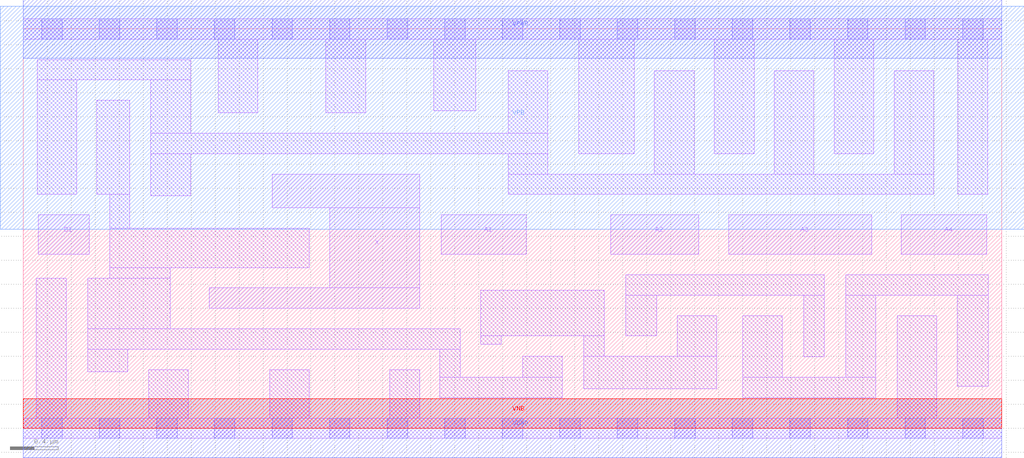
<source format=lef>
# Copyright 2020 The SkyWater PDK Authors
#
# Licensed under the Apache License, Version 2.0 (the "License");
# you may not use this file except in compliance with the License.
# You may obtain a copy of the License at
#
#     https://www.apache.org/licenses/LICENSE-2.0
#
# Unless required by applicable law or agreed to in writing, software
# distributed under the License is distributed on an "AS IS" BASIS,
# WITHOUT WARRANTIES OR CONDITIONS OF ANY KIND, either express or implied.
# See the License for the specific language governing permissions and
# limitations under the License.
#
# SPDX-License-Identifier: Apache-2.0

VERSION 5.7 ;
  NOWIREEXTENSIONATPIN ON ;
  DIVIDERCHAR "/" ;
  BUSBITCHARS "[]" ;
MACRO sky130_fd_sc_ls__a41o_4
  CLASS CORE ;
  FOREIGN sky130_fd_sc_ls__a41o_4 ;
  ORIGIN  0.000000  0.000000 ;
  SIZE  8.160000 BY  3.330000 ;
  SYMMETRY X Y ;
  SITE unit ;
  PIN A1
    ANTENNAGATEAREA  0.522000 ;
    DIRECTION INPUT ;
    USE SIGNAL ;
    PORT
      LAYER li1 ;
        RECT 3.485000 1.450000 4.195000 1.780000 ;
    END
  END A1
  PIN A2
    ANTENNAGATEAREA  0.522000 ;
    DIRECTION INPUT ;
    USE SIGNAL ;
    PORT
      LAYER li1 ;
        RECT 4.900000 1.450000 5.635000 1.780000 ;
    END
  END A2
  PIN A3
    ANTENNAGATEAREA  0.522000 ;
    DIRECTION INPUT ;
    USE SIGNAL ;
    PORT
      LAYER li1 ;
        RECT 5.885000 1.450000 7.075000 1.780000 ;
    END
  END A3
  PIN A4
    ANTENNAGATEAREA  0.522000 ;
    DIRECTION INPUT ;
    USE SIGNAL ;
    PORT
      LAYER li1 ;
        RECT 7.325000 1.450000 8.035000 1.780000 ;
    END
  END A4
  PIN B1
    ANTENNAGATEAREA  0.522000 ;
    DIRECTION INPUT ;
    USE SIGNAL ;
    PORT
      LAYER li1 ;
        RECT 0.125000 1.450000 0.550000 1.780000 ;
    END
  END B1
  PIN VNB
    PORT
      LAYER pwell ;
        RECT 0.000000 0.000000 8.160000 0.245000 ;
    END
  END VNB
  PIN VPB
    PORT
      LAYER nwell ;
        RECT -0.190000 1.660000 8.350000 3.520000 ;
    END
  END VPB
  PIN X
    ANTENNADIFFAREA  1.086400 ;
    DIRECTION OUTPUT ;
    USE SIGNAL ;
    PORT
      LAYER li1 ;
        RECT 1.550000 1.000000 3.305000 1.170000 ;
        RECT 2.075000 1.840000 3.305000 2.120000 ;
        RECT 2.555000 1.170000 3.305000 1.840000 ;
    END
  END X
  PIN VGND
    DIRECTION INOUT ;
    SHAPE ABUTMENT ;
    USE GROUND ;
    PORT
      LAYER met1 ;
        RECT 0.000000 -0.245000 8.160000 0.245000 ;
    END
  END VGND
  PIN VPWR
    DIRECTION INOUT ;
    SHAPE ABUTMENT ;
    USE POWER ;
    PORT
      LAYER met1 ;
        RECT 0.000000 3.085000 8.160000 3.575000 ;
    END
  END VPWR
  OBS
    LAYER li1 ;
      RECT 0.000000 -0.085000 8.160000 0.085000 ;
      RECT 0.000000  3.245000 8.160000 3.415000 ;
      RECT 0.110000  0.085000 0.360000 1.250000 ;
      RECT 0.115000  1.950000 0.445000 2.905000 ;
      RECT 0.115000  2.905000 1.395000 3.075000 ;
      RECT 0.540000  0.470000 0.870000 0.660000 ;
      RECT 0.540000  0.660000 3.645000 0.830000 ;
      RECT 0.540000  0.830000 1.225000 1.250000 ;
      RECT 0.615000  1.950000 0.890000 2.735000 ;
      RECT 0.720000  1.250000 1.225000 1.340000 ;
      RECT 0.720000  1.340000 2.385000 1.670000 ;
      RECT 0.720000  1.670000 0.890000 1.950000 ;
      RECT 1.045000  0.085000 1.375000 0.490000 ;
      RECT 1.065000  1.940000 1.395000 2.290000 ;
      RECT 1.065000  2.290000 4.375000 2.460000 ;
      RECT 1.065000  2.460000 1.395000 2.905000 ;
      RECT 1.625000  2.630000 1.955000 3.245000 ;
      RECT 2.055000  0.085000 2.385000 0.490000 ;
      RECT 2.525000  2.630000 2.855000 3.245000 ;
      RECT 3.055000  0.085000 3.305000 0.490000 ;
      RECT 3.425000  2.650000 3.775000 3.245000 ;
      RECT 3.475000  0.255000 4.495000 0.425000 ;
      RECT 3.475000  0.425000 3.645000 0.660000 ;
      RECT 3.815000  0.700000 3.985000 0.770000 ;
      RECT 3.815000  0.770000 4.845000 1.150000 ;
      RECT 4.045000  1.950000 7.595000 2.120000 ;
      RECT 4.045000  2.120000 4.375000 2.290000 ;
      RECT 4.045000  2.460000 4.375000 2.980000 ;
      RECT 4.165000  0.425000 4.495000 0.600000 ;
      RECT 4.635000  2.290000 5.095000 3.245000 ;
      RECT 4.675000  0.330000 5.785000 0.600000 ;
      RECT 4.675000  0.600000 4.845000 0.770000 ;
      RECT 5.025000  0.770000 5.285000 1.110000 ;
      RECT 5.025000  1.110000 6.680000 1.280000 ;
      RECT 5.265000  2.120000 5.595000 2.980000 ;
      RECT 5.455000  0.600000 5.785000 0.940000 ;
      RECT 5.765000  2.290000 6.095000 3.245000 ;
      RECT 6.000000  0.255000 7.110000 0.425000 ;
      RECT 6.000000  0.425000 6.330000 0.940000 ;
      RECT 6.265000  2.120000 6.595000 2.980000 ;
      RECT 6.510000  0.595000 6.680000 1.110000 ;
      RECT 6.765000  2.290000 7.095000 3.245000 ;
      RECT 6.860000  0.425000 7.110000 1.110000 ;
      RECT 6.860000  1.110000 8.050000 1.280000 ;
      RECT 7.265000  2.120000 7.595000 2.980000 ;
      RECT 7.290000  0.085000 7.620000 0.940000 ;
      RECT 7.790000  0.350000 8.050000 1.110000 ;
      RECT 7.795000  1.950000 8.045000 3.245000 ;
    LAYER mcon ;
      RECT 0.155000 -0.085000 0.325000 0.085000 ;
      RECT 0.155000  3.245000 0.325000 3.415000 ;
      RECT 0.635000 -0.085000 0.805000 0.085000 ;
      RECT 0.635000  3.245000 0.805000 3.415000 ;
      RECT 1.115000 -0.085000 1.285000 0.085000 ;
      RECT 1.115000  3.245000 1.285000 3.415000 ;
      RECT 1.595000 -0.085000 1.765000 0.085000 ;
      RECT 1.595000  3.245000 1.765000 3.415000 ;
      RECT 2.075000 -0.085000 2.245000 0.085000 ;
      RECT 2.075000  3.245000 2.245000 3.415000 ;
      RECT 2.555000 -0.085000 2.725000 0.085000 ;
      RECT 2.555000  3.245000 2.725000 3.415000 ;
      RECT 3.035000 -0.085000 3.205000 0.085000 ;
      RECT 3.035000  3.245000 3.205000 3.415000 ;
      RECT 3.515000 -0.085000 3.685000 0.085000 ;
      RECT 3.515000  3.245000 3.685000 3.415000 ;
      RECT 3.995000 -0.085000 4.165000 0.085000 ;
      RECT 3.995000  3.245000 4.165000 3.415000 ;
      RECT 4.475000 -0.085000 4.645000 0.085000 ;
      RECT 4.475000  3.245000 4.645000 3.415000 ;
      RECT 4.955000 -0.085000 5.125000 0.085000 ;
      RECT 4.955000  3.245000 5.125000 3.415000 ;
      RECT 5.435000 -0.085000 5.605000 0.085000 ;
      RECT 5.435000  3.245000 5.605000 3.415000 ;
      RECT 5.915000 -0.085000 6.085000 0.085000 ;
      RECT 5.915000  3.245000 6.085000 3.415000 ;
      RECT 6.395000 -0.085000 6.565000 0.085000 ;
      RECT 6.395000  3.245000 6.565000 3.415000 ;
      RECT 6.875000 -0.085000 7.045000 0.085000 ;
      RECT 6.875000  3.245000 7.045000 3.415000 ;
      RECT 7.355000 -0.085000 7.525000 0.085000 ;
      RECT 7.355000  3.245000 7.525000 3.415000 ;
      RECT 7.835000 -0.085000 8.005000 0.085000 ;
      RECT 7.835000  3.245000 8.005000 3.415000 ;
  END
END sky130_fd_sc_ls__a41o_4
END LIBRARY

</source>
